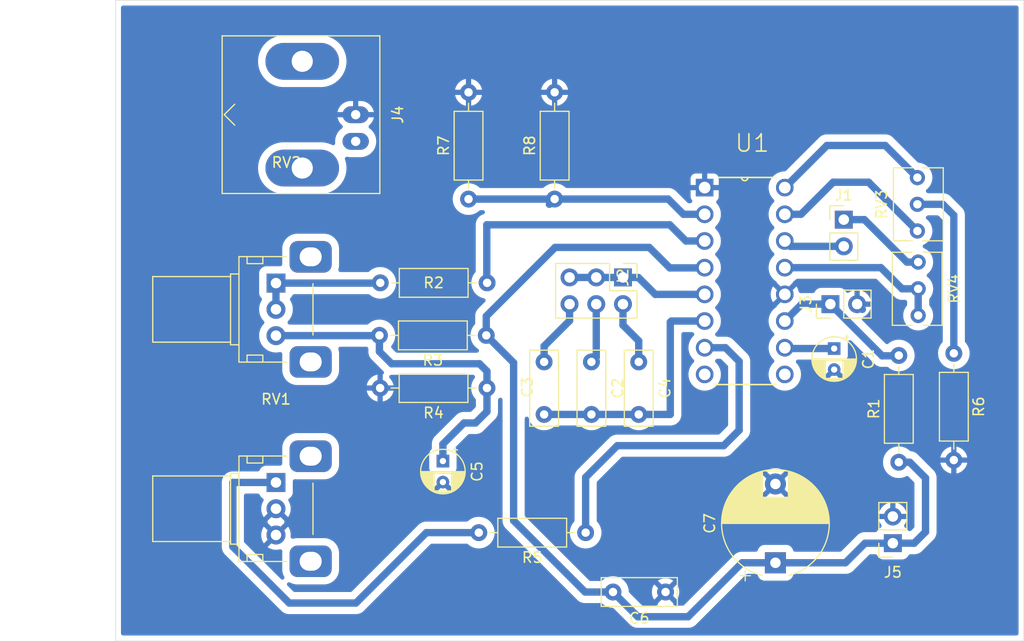
<source format=kicad_pcb>
(kicad_pcb (version 20240108) (generator "pcbnew") (generator_version "8.0")
  (layers (0 "F.Cu" signal) (31 "B.Cu" signal) (34 "B.Paste" user) (35 "F.Paste" user) (36 "B.SilkS" user "B.Silkscreen") (37 "F.SilkS" user "F.Silkscreen") (38 "B.Mask" user) (39 "F.Mask" user) (44 "Edge.Cuts" user))
  (net 0 "")
  (net 1 "Net-(U1-BIAS)")
  (net 2 "GND")
  (net 3 "Net-(J2-Pin_4)")
  (net 4 "Net-(U1-TC2)")
  (net 5 "Net-(J2-Pin_6)")
  (net 6 "Net-(J2-Pin_2)")
  (net 7 "Net-(C5-Pad1)")
  (net 8 "VCC")
  (net 9 "Net-(J2-Pin_1)")
  (net 10 "Net-(J3-Pin_1)")
  (net 14 "Net-(U1-MO)")
  (net 15 "Net-(R2-Pad2)")
  (net 16 "Net-(U1-TR1)")
  (net 17 "Net-(R5-Pad2)")
  (net 18 "Net-(R6-Pad1)")
  (net 19 "Net-(U1-STO)")
  (net 20 "Net-(U1-SYMA1)")
  (net 21 "Net-(U1-SYMA2)")
  (net 22 "Net-(U1-WAVEA1)")
  (net 23 "Net-(J1-Pin_1)")
  (net 26 "Net-(J1-Pin_2)")
  (footprint "Capacitor_THT:C_Disc_D7.0mm_W2.5mm_P5.00mm" (layer "F.Cu") (at 152.5 103 -90)
    (property "Reference" "C3" (at 2.41 1.5986 90) (layer "F.SilkS"))
    (property "Value" "10n")
    (pad "1" thru_hole circle (at 0 0 270) (size 1.6 1.6) (drill 0.8) (layers "*.Cu" "*.Mask") (net 5 "Net-(J2-Pin_6)"))
    (pad "2" thru_hole circle (at 5 0 270) (size 1.6 1.6) (drill 0.8) (layers "*.Cu" "*.Mask") (net 4 "Net-(U1-TC2)"))
  )
  (footprint "Capacitor_THT:CP_Radial_D4.0mm_P2.00mm" (layer "F.Cu") (at 180.086 101.727 -90)
    (property "Reference" "C1" (at 1 -3.25 90) (layer "F.SilkS"))
    (property "Value" "1u")
    (pad "1" thru_hole rect (at 0 0 270) (size 1.2 1.2) (drill 0.6) (layers "*.Cu" "*.Mask") (net 1 "Net-(U1-BIAS)"))
    (pad "2" thru_hole circle (at 2 0 270) (size 1.2 1.2) (drill 0.6) (layers "*.Cu" "*.Mask") (net 2 "GND"))
  )
  (footprint "Resistor_THT:R_Axial_DIN0207_L6.3mm_D2.5mm_P10.16mm_Horizontal" (layer "F.Cu") (at 186.2328 112.5474 90)
    (property "Reference" "R1" (at 5.08 -2.37 90) (layer "F.SilkS"))
    (property "Value" "10k")
    (pad "1" thru_hole circle (at 0 0 90) (size 1.6 1.6) (drill 0.8) (layers "*.Cu" "*.Mask") (net 8 "VCC"))
    (pad "2" thru_hole oval (at 10.16 0 90) (size 1.6 1.6) (drill 0.8) (layers "*.Cu" "*.Mask") (net 10 "Net-(J3-Pin_1)"))
  )
  (footprint "Potentiometer_THT:Potentiometer_Bourns_3266Y_Vertical" (layer "F.Cu") (at 188.075 98.58 -90)
    (property "Reference" "RV4" (at -2.54 -3.41 90) (layer "F.SilkS"))
    (property "Value" "500R" (hide yes))
    (pad "1" thru_hole circle (at 0 0 270) (size 1.44 1.44) (drill 0.8) (layers "*.Cu" "*.Mask") (net 22 "Net-(U1-WAVEA1)"))
    (pad "2" thru_hole circle (at -2.54 0 270) (size 1.44 1.44) (drill 0.8) (layers "*.Cu" "*.Mask") (net 22 "Net-(U1-WAVEA1)"))
    (pad "3" thru_hole circle (at -5.08 0 270) (size 1.44 1.44) (drill 0.8) (layers "*.Cu" "*.Mask") (net 23 "Net-(J1-Pin_1)"))
  )
  (footprint "Capacitor_THT:C_Disc_D7.0mm_W2.5mm_P5.00mm" (layer "F.Cu") (at 164.05 124.9 180)
    (property "Reference" "C6" (at 2.5 -2.5 360) (layer "F.SilkS"))
    (property "Value" "100n")
    (pad "1" thru_hole circle (at 0 0 180) (size 1.6 1.6) (drill 0.8) (layers "*.Cu" "*.Mask") (net 2 "GND"))
    (pad "2" thru_hole circle (at 5 0 180) (size 1.6 1.6) (drill 0.8) (layers "*.Cu" "*.Mask") (net 8 "VCC"))
  )
  (footprint "Resistor_THT:R_Axial_DIN0207_L6.3mm_D2.5mm_P10.16mm_Horizontal" (layer "F.Cu") (at 145.3134 87.503 90)
    (property "Reference" "R7" (at 5.08 -2.37 90) (layer "F.SilkS"))
    (property "Value" "100")
    (pad "1" thru_hole circle (at 0 0 90) (size 1.6 1.6) (drill 0.8) (layers "*.Cu" "*.Mask") (net 19 "Net-(U1-STO)"))
    (pad "2" thru_hole oval (at 10.16 0 90) (size 1.6 1.6) (drill 0.8) (layers "*.Cu" "*.Mask") (net 2 "GND"))
  )
  (footprint "Capacitor_THT:C_Disc_D7.0mm_W2.5mm_P5.00mm" (layer "F.Cu") (at 161.5 103 -90)
    (property "Reference" "C4" (at 2.5 -2.5 90) (layer "F.SilkS"))
    (property "Value" "1u")
    (pad "1" thru_hole circle (at 0 0 270) (size 1.6 1.6) (drill 0.8) (layers "*.Cu" "*.Mask") (net 6 "Net-(J2-Pin_2)"))
    (pad "2" thru_hole circle (at 5 0 270) (size 1.6 1.6) (drill 0.8) (layers "*.Cu" "*.Mask") (net 4 "Net-(U1-TC2)"))
  )
  (footprint "Resistor_THT:R_Axial_DIN0207_L6.3mm_D2.5mm_P10.16mm_Horizontal" (layer "F.Cu") (at 191.4652 102.1842 -90)
    (property "Reference" "R6" (at 5.08 -2.37 90) (layer "F.SilkS"))
    (property "Value" "1k")
    (pad "1" thru_hole circle (at 0 0 270) (size 1.6 1.6) (drill 0.8) (layers "*.Cu" "*.Mask") (net 18 "Net-(R6-Pad1)"))
    (pad "2" thru_hole oval (at 10.16 0 270) (size 1.6 1.6) (drill 0.8) (layers "*.Cu" "*.Mask") (net 2 "GND"))
  )
  (footprint "Capacitor_THT:CP_Radial_D10.0mm_P7.50mm" (layer "F.Cu") (at 174.5 122.117677 90)
    (property "Reference" "C7" (at 3.75 -6.25 90) (layer "F.SilkS"))
    (property "Value" "470 u")
    (pad "1" thru_hole rect (at 0 0 90) (size 2 2) (drill 1) (layers "*.Cu" "*.Mask") (net 8 "VCC"))
    (pad "2" thru_hole circle (at 7.5 0 90) (size 2 2) (drill 1) (layers "*.Cu" "*.Mask") (net 2 "GND"))
  )
  (footprint "Connector_Coaxial:BNC_Amphenol_B6252HB-NPP3G-50_Horizontal" (layer "F.Cu") (at 134.58 79.47 90)
    (property "Reference" "J4" (at 0 4 90) (layer "F.SilkS"))
    (property "Value" "Conn_Coaxial_Power")
    (pad "1" thru_hole oval (at 0 0 90) (size 1.6 2.5) (drill 0.89) (layers "*.Cu" "*.Mask") (net 2 "GND"))
    (pad "2" thru_hole oval (at -5.08 -5.08 90) (size 3.5 7) (drill 2.01) (layers "*.Cu" "*.Mask"))
    (pad "2" thru_hole oval (at -2.54 0 90) (size 1.6 2.5) (drill 0.89) (layers "*.Cu" "*.Mask"))
    (pad "2" thru_hole oval (at 5.08 -5.08 90) (size 3.5 7) (drill 2.01) (layers "*.Cu" "*.Mask"))
  )
  (footprint "Potentiometer_THT:Potentiometer_Bourns_3266Y_Vertical" (layer "F.Cu") (at 188 85.46 90)
    (property "Reference" "RV3" (at -2.54 -3.41 90) (layer "F.SilkS"))
    (property "Value" "25k" (hide yes))
    (pad "1" thru_hole circle (at 0 0 90) (size 1.44 1.44) (drill 0.8) (layers "*.Cu" "*.Mask") (net 21 "Net-(U1-SYMA2)"))
    (pad "2" thru_hole circle (at -2.54 0 90) (size 1.44 1.44) (drill 0.8) (layers "*.Cu" "*.Mask") (net 18 "Net-(R6-Pad1)"))
    (pad "3" thru_hole circle (at -5.08 0 90) (size 1.44 1.44) (drill 0.8) (layers "*.Cu" "*.Mask") (net 20 "Net-(U1-SYMA1)"))
  )
  (footprint "Connector_PinHeader_2.54mm:PinHeader_2x03_P2.54mm_Vertical" (layer "F.Cu") (at 160 94.96 -90)
    (property "Reference" "J2" (at 0 0 -90) (layer "F.SilkS"))
    (property "Value" "Conn_02x03_Odd_Even" (hide yes))
    (pad "1" thru_hole rect (at 0 0 270) (size 1.7 1.7) (drill 1) (layers "*.Cu" "*.Mask") (net 9 "Net-(J2-Pin_1)"))
    (pad "2" thru_hole oval (at 2.54 0 270) (size 1.7 1.7) (drill 1) (layers "*.Cu" "*.Mask") (net 6 "Net-(J2-Pin_2)"))
    (pad "3" thru_hole oval (at 0 2.54 270) (size 1.7 1.7) (drill 1) (layers "*.Cu" "*.Mask") (net 9 "Net-(J2-Pin_1)"))
    (pad "4" thru_hole oval (at 2.54 2.54 270) (size 1.7 1.7) (drill 1) (layers "*.Cu" "*.Mask") (net 3 "Net-(J2-Pin_4)"))
    (pad "5" thru_hole oval (at 0 5.08 270) (size 1.7 1.7) (drill 1) (layers "*.Cu" "*.Mask") (net 9 "Net-(J2-Pin_1)"))
    (pad "6" thru_hole oval (at 2.54 5.08 270) (size 1.7 1.7) (drill 1) (layers "*.Cu" "*.Mask") (net 5 "Net-(J2-Pin_6)"))
  )
  (footprint "Capacitor_THT:CP_Radial_D4.0mm_P2.00mm" (layer "F.Cu") (at 142.875 112.438401 -90)
    (property "Reference" "C5" (at 1 -3.25 90) (layer "F.SilkS"))
    (property "Value" "10u")
    (pad "1" thru_hole rect (at 0 0 270) (size 1.2 1.2) (drill 0.6) (layers "*.Cu" "*.Mask") (net 7 "Net-(C5-Pad1)"))
    (pad "2" thru_hole circle (at 2 0 270) (size 1.2 1.2) (drill 0.6) (layers "*.Cu" "*.Mask") (net 2 "GND"))
  )
  (footprint "Potentiometer_THT:Potentiometer_Alps_RK09K_Single_Horizontal" (layer "F.Cu") (at 127 95.5)
    (property "Reference" "RV1" (at 0 11.05 0) (layer "F.SilkS"))
    (property "Value" "10k")
    (pad "1" thru_hole rect (at 0 0 180) (size 1.8 1.8) (drill 1) (layers "*.Cu" "*.Mask") (net 15 "Net-(R2-Pad2)"))
    (pad "2" thru_hole circle (at 0 2.5 180) (size 1.8 1.8) (drill 1) (layers "*.Cu" "*.Mask") (net 15 "Net-(R2-Pad2)"))
    (pad "3" thru_hole circle (at 0 5 180) (size 1.8 1.8) (drill 1) (layers "*.Cu" "*.Mask") (net 7 "Net-(C5-Pad1)"))
    (pad "MP" thru_hole roundrect (at 3.3 -2.5 180) (size 4 3) (drill oval 2.1 1.8) (layers "*.Cu" "*.Mask"))
    (pad "MP" thru_hole roundrect (at 3.3 7.5 180) (size 4 3) (drill oval 2.1 1.8) (layers "*.Cu" "*.Mask"))
  )
  (footprint "Connector_PinHeader_2.54mm:PinHeader_1x02_P2.54mm_Vertical" (layer "F.Cu") (at 181 89.46)
    (property "Reference" "J1" (at 0 -2.33 0) (layer "F.SilkS"))
    (property "Value" "Conn_01x02")
    (pad "1" thru_hole rect (at 0 0) (size 1.7 1.7) (drill 1) (layers "*.Cu" "*.Mask") (net 23 "Net-(J1-Pin_1)"))
    (pad "2" thru_hole oval (at 0 2.54) (size 1.7 1.7) (drill 1) (layers "*.Cu" "*.Mask") (net 26 "Net-(J1-Pin_2)"))
  )
  (footprint "Connector_PinSocket_2.54mm:PinSocket_1x02_P2.54mm_Vertical" (layer "F.Cu") (at 185.6646 120.253 180)
    (property "Reference" "J5" (at 0 -2.77 0) (layer "F.SilkS"))
    (property "Value" "Conn_01x02_Socket")
    (pad "1" thru_hole rect (at 0 0 180) (size 1.7 1.7) (drill 1) (layers "*.Cu" "*.Mask") (net 8 "VCC"))
    (pad "2" thru_hole oval (at 0 2.54 180) (size 1.7 1.7) (drill 1) (layers "*.Cu" "*.Mask") (net 2 "GND"))
  )
  (footprint "Resistor_THT:R_Axial_DIN0207_L6.3mm_D2.5mm_P10.16mm_Horizontal" (layer "F.Cu") (at 147.08 95.475 180)
    (property "Reference" "R2" (at 5.08 0 0) (layer "F.SilkS"))
    (property "Value" "10R")
    (pad "1" thru_hole circle (at 0 0 180) (size 1.6 1.6) (drill 0.8) (layers "*.Cu" "*.Mask") (net 14 "Net-(U1-MO)"))
    (pad "2" thru_hole oval (at 10.16 0 180) (size 1.6 1.6) (drill 0.8) (layers "*.Cu" "*.Mask") (net 15 "Net-(R2-Pad2)"))
  )
  (footprint "Resistor_THT:R_Axial_DIN0207_L6.3mm_D2.5mm_P10.16mm_Horizontal" (layer "F.Cu") (at 156.45 119.25 180)
    (property "Reference" "R5" (at 5.08 -2.37 0) (layer "F.SilkS"))
    (property "Value" "3k3")
    (pad "1" thru_hole circle (at 0 0 180) (size 1.6 1.6) (drill 0.8) (layers "*.Cu" "*.Mask") (net 16 "Net-(U1-TR1)"))
    (pad "2" thru_hole oval (at 10.16 0 180) (size 1.6 1.6) (drill 0.8) (layers "*.Cu" "*.Mask") (net 17 "Net-(R5-Pad2)"))
  )
  (footprint "Potentiometer_THT:Potentiometer_Alps_RK09K_Single_Horizontal" (layer "F.Cu") (at 127 114.475)
    (property "Reference" "RV2" (at 1 -30.45 0) (layer "F.SilkS"))
    (property "Value" "100k")
    (pad "1" thru_hole rect (at 0 0 180) (size 1.8 1.8) (drill 1) (layers "*.Cu" "*.Mask") (net 17 "Net-(R5-Pad2)"))
    (pad "2" thru_hole circle (at 0 2.5 180) (size 1.8 1.8) (drill 1) (layers "*.Cu" "*.Mask") (net 2 "GND"))
    (pad "3" thru_hole circle (at 0 5 180) (size 1.8 1.8) (drill 1) (layers "*.Cu" "*.Mask") (net 2 "GND"))
    (pad "MP" thru_hole roundrect (at 3.3 -2.5 180) (size 4 3) (drill oval 2.1 1.8) (layers "*.Cu" "*.Mask"))
    (pad "MP" thru_hole roundrect (at 3.3 7.5 180) (size 4 3) (drill oval 2.1 1.8) (layers "*.Cu" "*.Mask"))
  )
  (footprint "Connector_PinHeader_2.54mm:PinHeader_1x02_P2.54mm_Vertical" (layer "F.Cu") (at 179.725 97.5 90)
    (property "Reference" "J3" (at 0 -2.33 90) (layer "F.SilkS"))
    (property "Value" "Conn_01x02")
    (pad "1" thru_hole rect (at 0 0 90) (size 1.7 1.7) (drill 1) (layers "*.Cu" "*.Mask") (net 10 "Net-(J3-Pin_1)"))
    (pad "2" thru_hole oval (at 0 2.54 90) (size 1.7 1.7) (drill 1) (layers "*.Cu" "*.Mask") (net 2 "GND"))
  )
  (footprint "kicadplantillas:DIP254P762X533-16" (layer "F.Cu") (at 175.39 104.19)
    (property "Reference" "U1" (at -3.10073 -22.01015 0) (layer "F.SilkS") (effects (font (size 1.641024 1.641024))))
    (property "Value" "XR2206CP-F" (hide yes))
    (pad "1" thru_hole rect (at -7.62 -17.78) (size 1.6764 1.6764) (drill 1.1176) (layers "*.Cu" "*.Mask") (net 2 "GND"))
    (pad "2" thru_hole circle (at -7.62 -15.24) (size 1.6764 1.6764) (drill 1.1176) (layers "*.Cu" "*.Mask") (net 19 "Net-(U1-STO)"))
    (pad "3" thru_hole circle (at -7.62 -12.7) (size 1.6764 1.6764) (drill 1.1176) (layers "*.Cu" "*.Mask") (net 14 "Net-(U1-MO)"))
    (pad "4" thru_hole circle (at -7.62 -10.16) (size 1.6764 1.6764) (drill 1.1176) (layers "*.Cu" "*.Mask") (net 8 "VCC"))
    (pad "5" thru_hole circle (at -7.62 -7.62) (size 1.6764 1.6764) (drill 1.1176) (layers "*.Cu" "*.Mask") (net 9 "Net-(J2-Pin_1)"))
    (pad "6" thru_hole circle (at -7.62 -5.08) (size 1.6764 1.6764) (drill 1.1176) (layers "*.Cu" "*.Mask") (net 4 "Net-(U1-TC2)"))
    (pad "7" thru_hole circle (at -7.62 -2.54) (size 1.6764 1.6764) (drill 1.1176) (layers "*.Cu" "*.Mask") (net 16 "Net-(U1-TR1)"))
    (pad "8" thru_hole circle (at -7.62 0) (size 1.6764 1.6764) (drill 1.1176) (layers "*.Cu" "*.Mask"))
    (pad "9" thru_hole circle (at 0 0) (size 1.6764 1.6764) (drill 1.1176) (layers "*.Cu" "*.Mask"))
    (pad "10" thru_hole circle (at 0 -2.54) (size 1.6764 1.6764) (drill 1.1176) (layers "*.Cu" "*.Mask") (net 1 "Net-(U1-BIAS)"))
    (pad "11" thru_hole circle (at 0 -5.08) (size 1.6764 1.6764) (drill 1.1176) (layers "*.Cu" "*.Mask") (net 10 "Net-(J3-Pin_1)"))
    (pad "12" thru_hole circle (at 0 -7.62) (size 1.6764 1.6764) (drill 1.1176) (layers "*.Cu" "*.Mask") (net 2 "GND"))
    (pad "13" thru_hole circle (at 0 -10.16) (size 1.6764 1.6764) (drill 1.1176) (layers "*.Cu" "*.Mask") (net 22 "Net-(U1-WAVEA1)"))
    (pad "14" thru_hole circle (at 0 -12.7) (size 1.6764 1.6764) (drill 1.1176) (layers "*.Cu" "*.Mask") (net 26 "Net-(J1-Pin_2)"))
    (pad "15" thru_hole circle (at 0 -15.24) (size 1.6764 1.6764) (drill 1.1176) (layers "*.Cu" "*.Mask") (net 20 "Net-(U1-SYMA1)"))
    (pad "16" thru_hole circle (at 0 -17.78) (size 1.6764 1.6764) (drill 1.1176) (layers "*.Cu" "*.Mask") (net 21 "Net-(U1-SYMA2)"))
  )
  (footprint "Capacitor_THT:C_Disc_D7.0mm_W2.5mm_P5.00mm" (layer "F.Cu") (at 157 103 -90)
    (property "Reference" "C2" (at 2.5 -2.5 90) (layer "F.SilkS"))
    (property "Value" "100n")
    (pad "1" thru_hole circle (at 0 0 270) (size 1.6 1.6) (drill 0.8) (layers "*.Cu" "*.Mask") (net 3 "Net-(J2-Pin_4)"))
    (pad "2" thru_hole circle (at 5 0 270) (size 1.6 1.6) (drill 0.8) (layers "*.Cu" "*.Mask") (net 4 "Net-(U1-TC2)"))
  )
  (footprint "Resistor_THT:R_Axial_DIN0207_L6.3mm_D2.5mm_P10.16mm_Horizontal" (layer "F.Cu") (at 147.066 105.4862 180)
    (property "Reference" "R4" (at 5.08 -2.37 0) (layer "F.SilkS"))
    (property "Value" "10k")
    (pad "1" thru_hole circle (at 0 0 180) (size 1.6 1.6) (drill 0.8) (layers "*.Cu" "*.Mask") (net 7 "Net-(C5-Pad1)"))
    (pad "2" thru_hole oval (at 10.16 0 180) (size 1.6 1.6) (drill 0.8) (layers "*.Cu" "*.Mask") (net 2 "GND"))
  )
  (footprint "Resistor_THT:R_Axial_DIN0207_L6.3mm_D2.5mm_P10.16mm_Horizontal" (layer "F.Cu") (at 147 100.475 180)
    (property "Reference" "R3" (at 5.08 -2.37 0) (layer "F.SilkS"))
    (property "Value" "10k")
    (pad "1" thru_hole circle (at 0 0 180) (size 1.6 1.6) (drill 0.8) (layers "*.Cu" "*.Mask") (net 8 "VCC"))
    (pad "2" thru_hole oval (at 10.16 0 180) (size 1.6 1.6) (drill 0.8) (layers "*.Cu" "*.Mask") (net 7 "Net-(C5-Pad1)"))
  )
  (footprint "Resistor_THT:R_Axial_DIN0207_L6.3mm_D2.5mm_P10.16mm_Horizontal" (layer "F.Cu") (at 153.5 87.5 90)
    (property "Reference" "R8" (at 5.08 -2.37 90) (layer "F.SilkS"))
    (property "Value" "100")
    (pad "1" thru_hole circle (at 0 0 90) (size 1.6 1.6) (drill 0.8) (layers "*.Cu" "*.Mask") (net 19 "Net-(U1-STO)"))
    (pad "2" thru_hole oval (at 10.16 0 90) (size 1.6 1.6) (drill 0.8) (layers "*.Cu" "*.Mask") (net 2 "GND"))
  )
  (gr_line (start 111.76 68.58) (end 198.12 68.58) (stroke (width 0.05)) (layer "Edge.Cuts"))
  (gr_line (start 111.76 129.54) (end 111.76 68.58) (stroke (width 0.05)) (layer "Edge.Cuts"))
  (gr_line (start 198.12 129.54) (end 111.76 129.54) (stroke (width 0.05)) (layer "Edge.Cuts"))
  (gr_line (start 198.12 68.58) (end 198.12 129.54) (stroke (width 0.05)) (layer "Edge.Cuts"))
  (segment (start 180.086 101.727) (end 175.467 101.727) (width 0.7) (layer "B.Cu") (net 1))
  (segment (start 175.467 101.727) (end 175.39 101.65) (width 0.7) (layer "B.Cu") (net 1))
  (segment (start 188.9252 106.4514) (end 188.7474 106.4514) (width 0.7) (layer "B.Cu") (net 2))
  (segment (start 153.497 77.343) (end 153.5 77.34) (width 0.7) (layer "B.Cu") (net 2))
  (segment (start 153.2158 77.34) (end 153.5 77.34) (width 0.7) (layer "B.Cu") (net 2))
  (segment (start 153.2128 77.343) (end 153.2158 77.34) (width 0.7) (layer "B.Cu") (net 2))
  (segment (start 174.5 114.617677) (end 174.5 114.5) (width 0.7) (layer "B.Cu") (net 2))
  (segment (start 182.765 98) (end 182.265 97.5) (width 0.7) (layer "B.Cu") (net 2))
  (segment (start 157.46 102.54) (end 157 103) (width 0.7) (layer "B.Cu") (net 3))
  (segment (start 157.46 97.5) (end 157.46 102.54) (width 0.7) (layer "B.Cu") (net 3))
  (segment (start 167.66 99) (end 167.77 99.11) (width 0.2) (layer "F.Cu") (net 4))
  (segment (start 164.5 108) (end 164.5 99.22) (width 0.7) (layer "B.Cu") (net 4))
  (segment (start 161.5 108) (end 164.5 108) (width 0.7) (layer "B.Cu") (net 4))
  (segment (start 164.5 99.22) (end 164.61 99.11) (width 0.7) (layer "B.Cu") (net 4))
  (segment (start 157 108) (end 161.5 108) (width 0.7) (layer "B.Cu") (net 4))
  (segment (start 152.5 108) (end 157 108) (width 0.7) (layer "B.Cu") (net 4))
  (segment (start 164.61 99.11) (end 167.77 99.11) (width 0.7) (layer "B.Cu") (net 4))
  (segment (start 152.5 101.5) (end 154.92 99.08) (width 0.7) (layer "B.Cu") (net 5))
  (segment (start 154.92 99.08) (end 154.92 97.5) (width 0.7) (layer "B.Cu") (net 5))
  (segment (start 152.5 103) (end 152.5 101.5) (width 0.7) (layer "B.Cu") (net 5))
  (segment (start 161.5 103) (end 161.5 101) (width 0.7) (layer "B.Cu") (net 6))
  (segment (start 161.5 101) (end 160 99.5) (width 0.7) (layer "B.Cu") (net 6))
  (segment (start 160 99.5) (end 160 97.5) (width 0.7) (layer "B.Cu") (net 6))
  (segment (start 146.3548 103.1748) (end 137.9982 103.1748) (width 0.7) (layer "B.Cu") (net 7))
  (segment (start 136.84 102.0166) (end 136.84 100.475) (width 0.7) (layer "B.Cu") (net 7))
  (segment (start 147.066 103.886) (end 146.3548 103.1748) (width 0.7) (layer "B.Cu") (net 7))
  (segment (start 136.815 100.5) (end 136.84 100.475) (width 0.7) (layer "B.Cu") (net 7))
  (segment (start 127 100.5) (end 136.815 100.5) (width 0.7) (layer "B.Cu") (net 7))
  (segment (start 145.9738 108.8136) (end 147.066 107.7214) (width 0.7) (layer "B.Cu") (net 7))
  (segment (start 147.066 105.4862) (end 147.066 103.886) (width 0.7) (layer "B.Cu") (net 7))
  (segment (start 137.9982 103.1748) (end 136.84 102.0166) (width 0.7) (layer "B.Cu") (net 7))
  (segment (start 142.875 112.438401) (end 142.875 110.8202) (width 0.7) (layer "B.Cu") (net 7))
  (segment (start 147.066 107.7214) (end 147.066 105.4862) (width 0.7) (layer "B.Cu") (net 7))
  (segment (start 142.875 110.8202) (end 144.8816 108.8136) (width 0.7) (layer "B.Cu") (net 7))
  (segment (start 144.8816 108.8136) (end 145.9738 108.8136) (width 0.7) (layer "B.Cu") (net 7))
  (segment (start 185.6246 120.213) (end 185.6646 120.253) (width 0.2) (layer "F.Cu") (net 8))
  (segment (start 188.7728 114.046) (end 188.7728 119.1768) (width 0.7) (layer "B.Cu") (net 8))
  (segment (start 174.46 122.157677) (end 174.5 122.117677) (width 0.7) (layer "B.Cu") (net 8))
  (segment (start 147 100.475) (end 147 98.65) (width 0.7) (layer "B.Cu") (net 8))
  (segment (start 149.6 118.104) (end 156.396 124.9) (width 0.7) (layer "B.Cu") (net 8))
  (segment (start 164.45 94.05) (end 167.75 94.05) (width 0.7) (layer "B.Cu") (net 8))
  (segment (start 174.5 122.117677) (end 171.332323 122.117677) (width 0.7) (layer "B.Cu") (net 8))
  (segment (start 181.158323 122.117677) (end 174.5 122.117677) (width 0.7) (layer "B.Cu") (net 8))
  (segment (start 149.6 103.075) (end 149.6 118.104) (width 0.7) (layer "B.Cu") (net 8))
  (segment (start 147 100.475) (end 149.6 103.075) (width 0.7) (layer "B.Cu") (net 8))
  (segment (start 167.75 94.05) (end 167.77 94.03) (width 0.7) (layer "B.Cu") (net 8))
  (segment (start 147 98.65) (end 153.55 92.1) (width 0.7) (layer "B.Cu") (net 8))
  (segment (start 153.55 92.1) (end 162.5 92.1) (width 0.7) (layer "B.Cu") (net 8))
  (segment (start 185.6646 120.253) (end 183.023 120.253) (width 0.7) (layer "B.Cu") (net 8))
  (segment (start 162.5 92.1) (end 164.45 94.05) (width 0.7) (layer "B.Cu") (net 8))
  (segment (start 187.6966 120.253) (end 185.6646 120.253) (width 0.7) (layer "B.Cu") (net 8))
  (segment (start 156.396 124.9) (end 159.05 124.9) (width 0.7) (layer "B.Cu") (net 8))
  (segment (start 187.2742 112.5474) (end 188.7728 114.046) (width 0.7) (layer "B.Cu") (net 8))
  (segment (start 186.2328 112.5474) (end 187.2742 112.5474) (width 0.7) (layer "B.Cu") (net 8))
  (segment (start 166.196 127.254) (end 161.404 127.254) (width 0.7) (layer "B.Cu") (net 8))
  (segment (start 161.404 127.254) (end 159.05 124.9) (width 0.7) (layer "B.Cu") (net 8))
  (segment (start 171.332323 122.117677) (end 166.196 127.254) (width 0.7) (layer "B.Cu") (net 8))
  (segment (start 183.023 120.253) (end 181.158323 122.117677) (width 0.7) (layer "B.Cu") (net 8))
  (segment (start 188.7728 119.1768) (end 187.6966 120.253) (width 0.7) (layer "B.Cu") (net 8))
  (segment (start 160 94.96) (end 161.46 94.96) (width 0.7) (layer "B.Cu") (net 9))
  (segment (start 163.07 96.57) (end 161.46 94.96) (width 0.7) (layer "B.Cu") (net 9))
  (segment (start 160 94.96) (end 157.46 94.96) (width 0.7) (layer "B.Cu") (net 9))
  (segment (start 167.77 96.57) (end 163.07 96.57) (width 0.7) (layer "B.Cu") (net 9))
  (segment (start 154.92 94.96) (end 157.46 94.96) (width 0.7) (layer "B.Cu") (net 9))
  (segment (start 186.2328 102.3874) (end 186.2002 102.42) (width 0.7) (layer "B.Cu") (net 10))
  (segment (start 179.725 97.5) (end 177 97.5) (width 0.7) (layer "B.Cu") (net 10))
  (segment (start 184.645 102.42) (end 179.725 97.5) (width 0.7) (layer "B.Cu") (net 10))
  (segment (start 186.2002 102.42) (end 184.645 102.42) (width 0.7) (layer "B.Cu") (net 10))
  (segment (start 177 97.5) (end 175.39 99.11) (width 0.7) (layer "B.Cu") (net 10))
  (segment (start 164.45 89.95) (end 165.99 91.49) (width 0.7) (layer "B.Cu") (net 14))
  (segment (start 147.08 95.475) (end 147.05 95.445) (width 0.7) (layer "B.Cu") (net 14))
  (segment (start 165.99 91.49) (end 167.77 91.49) (width 0.7) (layer "B.Cu") (net 14))
  (segment (start 147.05 89.95) (end 164.45 89.95) (width 0.7) (layer "B.Cu") (net 14))
  (segment (start 147.05 95.445) (end 147.05 89.95) (width 0.7) (layer "B.Cu") (net 14))
  (segment (start 136.92 95.475) (end 136.895 95.5) (width 0.7) (layer "B.Cu") (net 15))
  (segment (start 127 95.5) (end 127 98) (width 0.7) (layer "B.Cu") (net 15))
  (segment (start 136.895 95.5) (end 127 95.5) (width 0.7) (layer "B.Cu") (net 15))
  (segment (start 171.05 109.5) (end 171.05 102.95) (width 0.7) (layer "B.Cu") (net 16))
  (segment (start 159.4612 110.9726) (end 169.5774 110.9726) (width 0.7) (layer "B.Cu") (net 16))
  (segment (start 156.45 119.25) (end 156.45 113.9838) (width 0.7) (layer "B.Cu") (net 16))
  (segment (start 169.5774 110.9726) (end 171.05 109.5) (width 0.7) (layer "B.Cu") (net 16))
  (segment (start 171.05 102.95) (end 169.75 101.65) (width 0.7) (layer "B.Cu") (net 16))
  (segment (start 169.75 101.65) (end 167.77 101.65) (width 0.7) (layer "B.Cu") (net 16))
  (segment (start 156.45 113.9838) (end 159.4612 110.9726) (width 0.7) (layer "B.Cu") (net 16))
  (segment (start 122.9 114.475) (end 122.9 120.5886) (width 0.7) (layer "B.Cu") (net 17))
  (segment (start 141.3032 119.25) (end 146.29 119.25) (width 0.7) (layer "B.Cu") (net 17))
  (segment (start 134.6032 125.95) (end 141.3032 119.25) (width 0.7) (layer "B.Cu") (net 17))
  (segment (start 122.9 120.5886) (end 128.2614 125.95) (width 0.7) (layer "B.Cu") (net 17))
  (segment (start 128.2614 125.95) (end 134.6032 125.95) (width 0.7) (layer "B.Cu") (net 17))
  (segment (start 127 114.475) (end 122.9 114.475) (width 0.7) (layer "B.Cu") (net 17))
  (segment (start 188 88) (end 188.0872 88.0872) (width 0.7) (layer "B.Cu") (net 18))
  (segment (start 191.4652 102.1842) (end 191.4652 89.0524) (width 0.7) (layer "B.Cu") (net 18))
  (segment (start 191.4652 89.0524) (end 190.4128 88) (width 0.7) (layer "B.Cu") (net 18))
  (segment (start 190.4128 88) (end 188 88) (width 0.7) (layer "B.Cu") (net 18))
  (segment (start 145.3164 87.5) (end 145.3134 87.503) (width 0.7) (layer "B.Cu") (net 19))
  (segment (start 153 88) (end 153.5 87.5) (width 0.7) (layer "B.Cu") (net 19))
  (segment (start 145.3134 87.503) (end 145.1864 87.503) (width 0.7) (layer "B.Cu") (net 19))
  (segment (start 145.3134 87.503) (end 153.497 87.503) (width 0.7) (layer "B.Cu") (net 19))
  (segment (start 167.77 88.95) (end 165.75 88.95) (width 0.7) (layer "B.Cu") (net 19))
  (segment (start 164.3 87.5) (end 153.5 87.5) (width 0.7) (layer "B.Cu") (net 19))
  (segment (start 145.1864 87.503) (end 145.1102 87.5792) (width 0.7) (layer "B.Cu") (net 19))
  (segment (start 165.75 88.95) (end 164.3 87.5) (width 0.7) (layer "B.Cu") (net 19))
  (segment (start 153.497 87.503) (end 153.5 87.5) (width 0.7) (layer "B.Cu") (net 19))
  (segment (start 175.94 89.5) (end 175.39 88.95) (width 0.2) (layer "F.Cu") (net 20))
  (segment (start 176.9372 88.95) (end 179.9872 85.9) (width 0.7) (layer "B.Cu") (net 20))
  (segment (start 179.9872 85.9) (end 183.36 85.9) (width 0.7) (layer "B.Cu") (net 20))
  (segment (start 183.36 85.9) (end 188 90.54) (width 0.7) (layer "B.Cu") (net 20))
  (segment (start 175.39 88.95) (end 176.9372 88.95) (width 0.7) (layer "B.Cu") (net 20))
  (segment (start 179.4 82.4) (end 175.39 86.41) (width 0.7) (layer "B.Cu") (net 21))
  (segment (start 188 85.46) (end 184.94 82.4) (width 0.7) (layer "B.Cu") (net 21))
  (segment (start 184.94 82.4) (end 179.4 82.4) (width 0.7) (layer "B.Cu") (net 21))
  (segment (start 188.075 98.58) (end 188.075 96.04) (width 0.7) (layer "B.Cu") (net 22))
  (segment (start 184.53 94.03) (end 175.39 94.03) (width 0.7) (layer "B.Cu") (net 22))
  (segment (start 188.075 96.04) (end 186.54 96.04) (width 0.7) (layer "B.Cu") (net 22))
  (segment (start 186.54 96.04) (end 184.53 94.03) (width 0.7) (layer "B.Cu") (net 22))
  (segment (start 187 93.5) (end 182.96 89.46) (width 0.7) (layer "B.Cu") (net 23))
  (segment (start 188.075 93.5) (end 187 93.5) (width 0.7) (layer "B.Cu") (net 23))
  (segment (start 182.96 89.46) (end 181 89.46) (width 0.7) (layer "B.Cu") (net 23))
  (segment (start 181 92) (end 175.9 92) (width 0.7) (layer "B.Cu") (net 26))
  (segment (start 175.9 92) (end 175.39 91.49) (width 0.7) (layer "B.Cu") (net 26))
  (zone (net 2) (net_name "GND") (layer "B.Cu") (connect_pads (clearance 0.7)) (min_thickness 0.4) (fill yes (thermal_gap 0.5) (thermal_bridge_width 0.5))
    (polygon (pts (xy 198.12 129.54) (xy 198.12 68.6054) (xy 111.76 68.6054) (xy 111.76 129.54)))
  )
)
</source>
